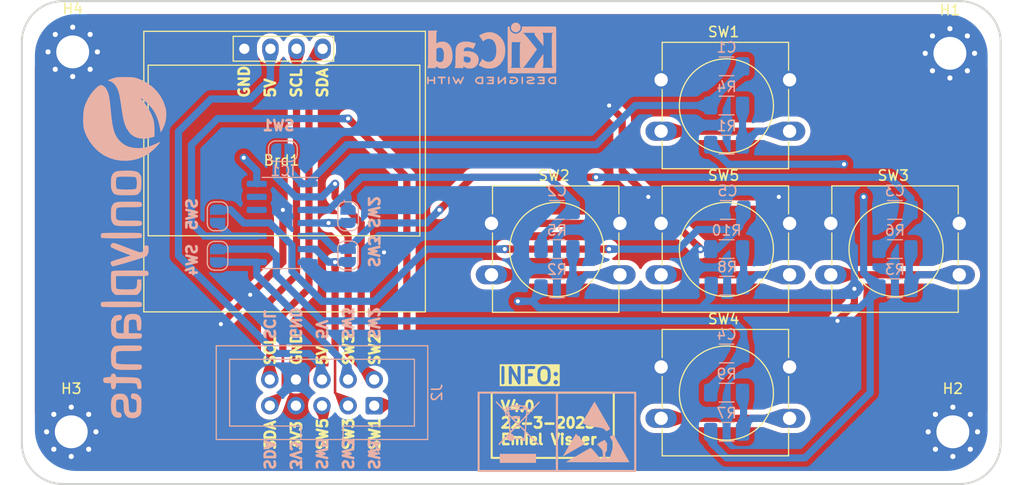
<source format=kicad_pcb>
(kicad_pcb (version 20221018) (generator pcbnew)
  (title_block (title "Greenhouse project FRDM-KL35Z screen") (date "13-3-2023") (rev "V3.0") (company "OnlyPlants") (comment 1 "Author: Emiel Visser"))
  (layers (0 "F.Cu" signal) (31 "B.Cu" signal) (34 "B.Paste" user) (35 "F.Paste" user) (36 "B.SilkS" user "B.Silkscreen") (37 "F.SilkS" user "F.Silkscreen") (38 "B.Mask" user) (39 "F.Mask" user) (44 "Edge.Cuts" user))
  (net 0 "")
  (net 1 "/SDA")
  (net 2 "/SCL")
  (net 3 "GNDREF")
  (net 4 "+5V")
  (net 5 "/IN_SW1")
  (net 6 "/IN_SW2")
  (net 7 "/IN_SW3")
  (net 8 "/IN_SW4")
  (net 9 "/IN_SW5")
  (net 10 "/OUT_SW1")
  (net 11 "/OUT_SW2")
  (net 12 "/OUT_SW3")
  (net 13 "/OUT_SW4")
  (net 14 "/OUT_SW5")
  (net 17 "+3.3V")
  (net 18 "Net-(R1-Pad1)")
  (net 19 "Net-(R2-Pad1)")
  (net 20 "Net-(R3-Pad1)")
  (net 21 "Net-(R7-Pad1)")
  (net 22 "Net-(R10-Pad1)")
  (footprint "Button_Switch_THT:SW_PUSH-12mm" (layer "F.Cu") (at 168.89 106.72)
    (fp_text reference "SW4" (at 6.08 -4.66) (layer "F.SilkS"))
    (fp_text value "SW_Push")
    (pad "1" thru_hole oval (at 0 0) (size 3.048 1.85) (drill 1.3) (layers "*.Cu" "*.Mask") (net 3 "GNDREF"))
    (pad "1" thru_hole oval (at 12.5 0) (size 3.048 1.85) (drill 1.3) (layers "*.Cu" "*.Mask") (net 3 "GNDREF"))
    (pad "2" thru_hole oval (at 0 5) (size 3.048 1.85) (drill 1.3) (layers "*.Cu" "*.Mask") (net 21 "Net-(R7-Pad1)"))
    (pad "2" thru_hole oval (at 12.5 5) (size 3.048 1.85) (drill 1.3) (layers "*.Cu" "*.Mask") (net 21 "Net-(R7-Pad1)"))
  )
  (footprint "MountingHole:MountingHole_3.2mm_M3_Pad_Via" (layer "F.Cu") (at 111.63 76.06)
    (fp_text reference "H4" (at 0 -4.2) (layer "F.SilkS"))
    (fp_text value "MountingHole_Pad")
    (pad "1" thru_hole circle (at -2.4 0) (size 0.8 0.8) (drill 0.5) (layers "*.Cu" "*.Mask") (net 3 "GNDREF"))
    (pad "1" thru_hole circle (at -1.697056 -1.697056) (size 0.8 0.8) (drill 0.5) (layers "*.Cu" "*.Mask") (net 3 "GNDREF"))
    (pad "1" thru_hole circle (at -1.697056 1.697056) (size 0.8 0.8) (drill 0.5) (layers "*.Cu" "*.Mask") (net 3 "GNDREF"))
    (pad "1" thru_hole circle (at 0 -2.4) (size 0.8 0.8) (drill 0.5) (layers "*.Cu" "*.Mask") (net 3 "GNDREF"))
    (pad "1" thru_hole circle (at 0 0) (size 6.4 6.4) (drill 3.2) (layers "*.Cu" "*.Mask") (net 3 "GNDREF"))
    (pad "1" thru_hole circle (at 0 2.4) (size 0.8 0.8) (drill 0.5) (layers "*.Cu" "*.Mask") (net 3 "GNDREF"))
    (pad "1" thru_hole circle (at 1.697056 -1.697056) (size 0.8 0.8) (drill 0.5) (layers "*.Cu" "*.Mask") (net 3 "GNDREF"))
    (pad "1" thru_hole circle (at 1.697056 1.697056) (size 0.8 0.8) (drill 0.5) (layers "*.Cu" "*.Mask") (net 3 "GNDREF"))
    (pad "1" thru_hole circle (at 2.4 0) (size 0.8 0.8) (drill 0.5) (layers "*.Cu" "*.Mask") (net 3 "GNDREF"))
  )
  (footprint "Button_Switch_THT:SW_PUSH-12mm" (layer "F.Cu") (at 168.89 92.75)
    (fp_text reference "SW5" (at 6.08 -4.66) (layer "F.SilkS"))
    (fp_text value "SW_Push")
    (pad "1" thru_hole oval (at 0 0) (size 3.048 1.85) (drill 1.3) (layers "*.Cu" "*.Mask") (net 3 "GNDREF"))
    (pad "1" thru_hole oval (at 12.5 0) (size 3.048 1.85) (drill 1.3) (layers "*.Cu" "*.Mask") (net 3 "GNDREF"))
    (pad "2" thru_hole oval (at 0 5) (size 3.048 1.85) (drill 1.3) (layers "*.Cu" "*.Mask") (net 22 "Net-(R10-Pad1)"))
    (pad "2" thru_hole oval (at 12.5 5) (size 3.048 1.85) (drill 1.3) (layers "*.Cu" "*.Mask") (net 22 "Net-(R10-Pad1)"))
  )
  (footprint "Button_Switch_THT:SW_PUSH-12mm" (layer "F.Cu") (at 168.89 78.78)
    (fp_text reference "SW1" (at 6.08 -4.66) (layer "F.SilkS"))
    (fp_text value "SW_Push")
    (pad "1" thru_hole oval (at 0 0) (size 3.048 1.85) (drill 1.3) (layers "*.Cu" "*.Mask") (net 3 "GNDREF"))
    (pad "1" thru_hole oval (at 12.5 0) (size 3.048 1.85) (drill 1.3) (layers "*.Cu" "*.Mask") (net 3 "GNDREF"))
    (pad "2" thru_hole oval (at 0 5) (size 3.048 1.85) (drill 1.3) (layers "*.Cu" "*.Mask") (net 18 "Net-(R1-Pad1)"))
    (pad "2" thru_hole oval (at 12.5 5) (size 3.048 1.85) (drill 1.3) (layers "*.Cu" "*.Mask") (net 18 "Net-(R1-Pad1)"))
  )
  (footprint "Button_Switch_THT:SW_PUSH-12mm" (layer "F.Cu") (at 185.4 92.75)
    (fp_text reference "SW3" (at 6.08 -4.66) (layer "F.SilkS"))
    (fp_text value "SW_Push")
    (pad "1" thru_hole oval (at 0 0) (size 3.048 1.85) (drill 1.3) (layers "*.Cu" "*.Mask") (net 3 "GNDREF"))
    (pad "1" thru_hole oval (at 12.5 0) (size 3.048 1.85) (drill 1.3) (layers "*.Cu" "*.Mask") (net 3 "GNDREF"))
    (pad "2" thru_hole oval (at 0 5) (size 3.048 1.85) (drill 1.3) (layers "*.Cu" "*.Mask") (net 20 "Net-(R3-Pad1)"))
    (pad "2" thru_hole oval (at 12.5 5) (size 3.048 1.85) (drill 1.3) (layers "*.Cu" "*.Mask") (net 20 "Net-(R3-Pad1)"))
  )
  (footprint "greenhouse_project_screen:128x64OLED" (layer "F.Cu") (at 131.95 86.36)
    (fp_text reference "Brd1" (at 0 0.254) (layer "F.SilkS"))
    (fp_text value "SSD1306")
    (pad "1" thru_hole oval (at -3.62 -10.6 90) (size 2 1.6) (drill 1) (layers "*.Cu" "*.Mask") (net 3 "GNDREF"))
    (pad "2" thru_hole oval (at -1.08 -10.6 90) (size 2 1.6) (drill 1) (layers "*.Cu" "*.Mask") (net 4 "+5V"))
    (pad "3" thru_hole oval (at 1.46 -10.6 90) (size 2 1.6) (drill 1) (layers "*.Cu" "*.Mask") (net 2 "/SCL"))
    (pad "4" thru_hole oval (at 4 -10.6 90) (size 2 1.6) (drill 1) (layers "*.Cu" "*.Mask") (net 1 "/SDA"))
  )
  (footprint "Button_Switch_THT:SW_PUSH-12mm" (layer "F.Cu") (at 152.38 92.75)
    (fp_text reference "SW2" (at 6.08 -4.66) (layer "F.SilkS"))
    (fp_text value "SW_Push")
    (pad "1" thru_hole oval (at 0 0) (size 3.048 1.85) (drill 1.3) (layers "*.Cu" "*.Mask") (net 3 "GNDREF"))
    (pad "1" thru_hole oval (at 12.5 0) (size 3.048 1.85) (drill 1.3) (layers "*.Cu" "*.Mask") (net 3 "GNDREF"))
    (pad "2" thru_hole oval (at 0 5) (size 3.048 1.85) (drill 1.3) (layers "*.Cu" "*.Mask") (net 19 "Net-(R2-Pad1)"))
    (pad "2" thru_hole oval (at 12.5 5) (size 3.048 1.85) (drill 1.3) (layers "*.Cu" "*.Mask") (net 19 "Net-(R2-Pad1)"))
  )
  (footprint "MountingHole:MountingHole_3.2mm_M3_Pad_Via" (layer "F.Cu") (at 197.277056 113.03)
    (fp_text reference "H2" (at 0 -4.2) (layer "F.SilkS"))
    (fp_text value "MountingHole_Pad")
    (pad "1" thru_hole circle (at -2.4 0) (size 0.8 0.8) (drill 0.5) (layers "*.Cu" "*.Mask") (net 3 "GNDREF"))
    (pad "1" thru_hole circle (at -1.697056 -1.697056) (size 0.8 0.8) (drill 0.5) (layers "*.Cu" "*.Mask") (net 3 "GNDREF"))
    (pad "1" thru_hole circle (at -1.697056 1.697056) (size 0.8 0.8) (drill 0.5) (layers "*.Cu" "*.Mask") (net 3 "GNDREF"))
    (pad "1" thru_hole circle (at 0 -2.4) (size 0.8 0.8) (drill 0.5) (layers "*.Cu" "*.Mask") (net 3 "GNDREF"))
    (pad "1" thru_hole circle (at 0 0) (size 6.4 6.4) (drill 3.2) (layers "*.Cu" "*.Mask") (net 3 "GNDREF"))
    (pad "1" thru_hole circle (at 0 2.4) (size 0.8 0.8) (drill 0.5) (layers "*.Cu" "*.Mask") (net 3 "GNDREF"))
    (pad "1" thru_hole circle (at 1.697056 -1.697056) (size 0.8 0.8) (drill 0.5) (layers "*.Cu" "*.Mask") (net 3 "GNDREF"))
    (pad "1" thru_hole circle (at 1.697056 1.697056) (size 0.8 0.8) (drill 0.5) (layers "*.Cu" "*.Mask") (net 3 "GNDREF"))
    (pad "1" thru_hole circle (at 2.4 0) (size 0.8 0.8) (drill 0.5) (layers "*.Cu" "*.Mask") (net 3 "GNDREF"))
  )
  (footprint "MountingHole:MountingHole_3.2mm_M3_Pad_Via" (layer "F.Cu") (at 196.99 76.2)
    (fp_text reference "H1" (at 0 -4.2) (layer "F.SilkS"))
    (fp_text value "MountingHole_Pad")
    (pad "1" thru_hole circle (at -2.4 0) (size 0.8 0.8) (drill 0.5) (layers "*.Cu" "*.Mask") (net 3 "GNDREF"))
    (pad "1" thru_hole circle (at -1.697056 -1.697056) (size 0.8 0.8) (drill 0.5) (layers "*.Cu" "*.Mask") (net 3 "GNDREF"))
    (pad "1" thru_hole circle (at -1.697056 1.697056) (size 0.8 0.8) (drill 0.5) (layers "*.Cu" "*.Mask") (net 3 "GNDREF"))
    (pad "1" thru_hole circle (at 0 -2.4) (size 0.8 0.8) (drill 0.5) (layers "*.Cu" "*.Mask") (net 3 "GNDREF"))
    (pad "1" thru_hole circle (at 0 0) (size 6.4 6.4) (drill 3.2) (layers "*.Cu" "*.Mask") (net 3 "GNDREF"))
    (pad "1" thru_hole circle (at 0 2.4) (size 0.8 0.8) (drill 0.5) (layers "*.Cu" "*.Mask") (net 3 "GNDREF"))
    (pad "1" thru_hole circle (at 1.697056 -1.697056) (size 0.8 0.8) (drill 0.5) (layers "*.Cu" "*.Mask") (net 3 "GNDREF"))
    (pad "1" thru_hole circle (at 1.697056 1.697056) (size 0.8 0.8) (drill 0.5) (layers "*.Cu" "*.Mask") (net 3 "GNDREF"))
    (pad "1" thru_hole circle (at 2.4 0) (size 0.8 0.8) (drill 0.5) (layers "*.Cu" "*.Mask") (net 3 "GNDREF"))
  )
  (footprint "MountingHole:MountingHole_3.2mm_M3_Pad_Via" (layer "F.Cu") (at 111.49 113.03)
    (fp_text reference "H3" (at 0 -4.2) (layer "F.SilkS"))
    (fp_text value "MountingHole_Pad")
    (pad "1" thru_hole circle (at -2.4 0) (size 0.8 0.8) (drill 0.5) (layers "*.Cu" "*.Mask") (net 3 "GNDREF"))
    (pad "1" thru_hole circle (at -1.697056 -1.697056) (size 0.8 0.8) (drill 0.5) (layers "*.Cu" "*.Mask") (net 3 "GNDREF"))
    (pad "1" thru_hole circle (at -1.697056 1.697056) (size 0.8 0.8) (drill 0.5) (layers "*.Cu" "*.Mask") (net 3 "GNDREF"))
    (pad "1" thru_hole circle (at 0 -2.4) (size 0.8 0.8) (drill 0.5) (layers "*.Cu" "*.Mask") (net 3 "GNDREF"))
    (pad "1" thru_hole circle (at 0 0) (size 6.4 6.4) (drill 3.2) (layers "*.Cu" "*.Mask") (net 3 "GNDREF"))
    (pad "1" thru_hole circle (at 0 2.4) (size 0.8 0.8) (drill 0.5) (layers "*.Cu" "*.Mask") (net 3 "GNDREF"))
    (pad "1" thru_hole circle (at 1.697056 -1.697056) (size 0.8 0.8) (drill 0.5) (layers "*.Cu" "*.Mask") (net 3 "GNDREF"))
    (pad "1" thru_hole circle (at 1.697056 1.697056) (size 0.8 0.8) (drill 0.5) (layers "*.Cu" "*.Mask") (net 3 "GNDREF"))
    (pad "1" thru_hole circle (at 2.4 0) (size 0.8 0.8) (drill 0.5) (layers "*.Cu" "*.Mask") (net 3 "GNDREF"))
  )
  (footprint "greenhouse_project_screen:logo" (layer "B.Cu") (at 116.84 95.25 -90)
    (fp_text reference "G***")
    (fp_text value "LOGO" hide)
  )
  (footprint "Symbol:ESD-Logo_6.6x6mm_SilkScreen" (layer "B.Cu") (at 162.56 113.03 180)
    (fp_text reference "REF**" hide)
    (fp_text value "ESD-Logo_6.6x6mm_SilkScreen" hide)
  )
  (footprint "Symbol:KiCad-Logo2_5mm_SilkScreen" (layer "B.Cu") (at 152.4 76.2 180)
    (fp_text reference "REF**" hide)
    (fp_text value "KiCad-Logo2_5mm_SilkScreen" hide)
  )
  (footprint "Jumper:SolderJumper-2_P1.3mm_Open_RoundedPad1.0x1.5mm" (layer "B.Cu") (at 138.43 95.87 90)
    (fp_text reference "JP3" hide)
    (fp_text value "Jumper_2_Open")
    (pad "1" smd custom (at -0.65 0 90) (size 1 0.5) (layers "B.Cu" "B.Mask") (net 12 "/OUT_SW3") (options (clearance outline) (anchor rect)) (primitives (gr_circle (center 0 -0.25) (end 0.5 -0.25) (width 0) (fill yes)) (gr_circle (center 0 0.25) (end 0.5 0.25) (width 0) (fill yes)) (gr_poly (pts (xy 0.5 -0.75) (xy 0 -0.75) (xy 0 0.75) (xy 0.5 0.75)) (width 0) (fill yes))))
    (pad "2" smd custom (at 0.65 0 90) (size 1 0.5) (layers "B.Cu" "B.Mask") (net 7 "/IN_SW3") (options (clearance outline) (anchor rect)) (primitives (gr_circle (center 0 -0.25) (end 0.5 -0.25) (width 0) (fill yes)) (gr_circle (center 0 0.25) (end 0.5 0.25) (width 0) (fill yes)) (gr_poly (pts (xy 0 -0.75) (xy -0.5 -0.75) (xy -0.5 0.75) (xy 0 0.75)) (width 0) (fill yes))))
  )
  (footprint "Connector_IDC:IDC-Header_2x05_P2.54mm_Vertical" (layer "B.Cu") (at 140.97 110.49 90)
    (fp_text reference "J2" (at 1.27 6.1 90) (layer "B.SilkS") (effects (justify mirror)))
    (fp_text value "Conn_01x10_Socket")
    (pad "1" thru_hole roundrect (at 0 0 90) (size 1.7 1.7) (drill 1) (layers "*.Cu" "*.Mask") (roundrect_rratio 0.1470588235) (net 10 "/OUT_SW1"))
    (pad "2" thru_hole circle (at 2.54 0 90) (size 1.7 1.7) (drill 1) (layers "*.Cu" "*.Mask") (net 11 "/OUT_SW2"))
    (pad "3" thru_hole circle (at 0 -2.54 90) (size 1.7 1.7) (drill 1) (layers "*.Cu" "*.Mask") (net 12 "/OUT_SW3"))
    (pad "4" thru_hole circle (at 2.54 -2.54 90) (size 1.7 1.7) (drill 1) (layers "*.Cu" "*.Mask") (net 13 "/OUT_SW4"))
    (pad "5" thru_hole circle (at 0 -5.08 90) (size 1.7 1.7) (drill 1) (layers "*.Cu" "*.Mask") (net 14 "/OUT_SW5"))
    (pad "6" thru_hole circle (at 2.54 -5.08 90) (size 1.7 1.7) (drill 1) (layers "*.Cu" "*.Mask") (net 4 "+5V"))
    (pad "7" thru_hole circle (at 0 -7.62 90) (size 1.7 1.7) (drill 1) (layers "*.Cu" "*.Mask") (net 17 "+3.3V"))
    (pad "8" thru_hole circle (at 2.54 -7.62 90) (size 1.7 1.7) (drill 1) (layers "*.Cu" "*.Mask") (net 3 "GNDREF"))
    (pad "9" thru_hole circle (at 0 -10.16 90) (size 1.7 1.7) (drill 1) (layers "*.Cu" "*.Mask") (net 1 "/SDA"))
    (pad "10" thru_hole circle (at 2.54 -10.16 90) (size 1.7 1.7) (drill 1) (layers "*.Cu" "*.Mask") (net 2 "/SCL"))
  )
  (footprint "Resistor_SMD:R_1206_3216Metric_Pad1.30x1.75mm_HandSolder" (layer "B.Cu") (at 158.75 95.25 180)
    (fp_text reference "R5" (at 0 1.82) (layer "B.SilkS") (effects (justify mirror)))
    (fp_text value "10K")
    (pad "1" smd roundrect (at -1.55 0 180) (size 1.3 1.75) (layers "B.Cu" "B.Paste" "B.Mask") (roundrect_rratio 0.1923076923) (net 19 "Net-(R2-Pad1)"))
    (pad "2" smd roundrect (at 1.55 0 180) (size 1.3 1.75) (layers "B.Cu" "B.Paste" "B.Mask") (roundrect_rratio 0.1923076923) (net 6 "/IN_SW2"))
  )
  (footprint "Resistor_SMD:R_1206_3216Metric_Pad1.30x1.75mm_HandSolder" (layer "B.Cu") (at 175.26 113.03 180)
    (fp_text reference "R7" (at 0 1.82) (layer "B.SilkS") (effects (justify mirror)))
    (fp_text value "10K")
    (pad "1" smd roundrect (at -1.55 0 180) (size 1.3 1.75) (layers "B.Cu" "B.Paste" "B.Mask") (roundrect_rratio 0.1923076923) (net 21 "Net-(R7-Pad1)"))
    (pad "2" smd roundrect (at 1.55 0 180) (size 1.3 1.75) (layers "B.Cu" "B.Paste" "B.Mask") (roundrect_rratio 0.1923076923) (net 17 "+3.3V"))
  )
  (footprint "Resistor_SMD:R_1206_3216Metric_Pad1.30x1.75mm_HandSolder" (layer "B.Cu") (at 191.64 95.25 180)
    (fp_text reference "R6" (at 0 1.82) (layer "B.SilkS") (effects (justify mirror)))
    (fp_text value "10K")
    (pad "1" smd roundrect (at -1.55 0 180) (size 1.3 1.75) (layers "B.Cu" "B.Paste" "B.Mask") (roundrect_rratio 0.1923076923) (net 20 "Net-(R3-Pad1)"))
    (pad "2" smd roundrect (at 1.55 0 180) (size 1.3 1.75) (layers "B.Cu" "B.Paste" "B.Mask") (roundrect_rratio 0.1923076923) (net 7 "/IN_SW3"))
  )
  (footprint "Resistor_SMD:R_1206_3216Metric_Pad1.30x1.75mm_HandSolder" (layer "B.Cu") (at 175.26 95.25 180)
    (fp_text reference "R10" (at 0 1.82) (layer "B.SilkS") (effects (justify mirror)))
    (fp_text value "10K")
    (pad "1" smd roundrect (at -1.55 0 180) (size 1.3 1.75) (layers "B.Cu" "B.Paste" "B.Mask") (roundrect_rratio 0.1923076923) (net 22 "Net-(R10-Pad1)"))
    (pad "2" smd roundrect (at 1.55 0 180) (size 1.3 1.75) (layers "B.Cu" "B.Paste" "B.Mask") (roundrect_rratio 0.1923076923) (net 9 "/IN_SW5"))
  )
  (footprint "Capacitor_SMD:C_1206_3216Metric_Pad1.33x1.80mm_HandSolder" (layer "B.Cu") (at 175.26 77.47 180)
    (fp_text reference "C1" (at 0 1.85) (layer "B.SilkS") (effects (justify mirror)))
    (fp_text value "10uF")
    (pad "1" smd roundrect (at -1.5625 0 180) (size 1.325 1.8) (layers "B.Cu" "B.Paste" "B.Mask") (roundrect_rratio 0.1886792453) (net 5 "/IN_SW1"))
    (pad "2" smd roundrect (at 1.5625 0 180) (size 1.325 1.8) (layers "B.Cu" "B.Paste" "B.Mask") (roundrect_rratio 0.1886792453) (net 3 "GNDREF"))
  )
  (footprint "Capacitor_SMD:C_1206_3216Metric_Pad1.33x1.80mm_HandSolder" (layer "B.Cu") (at 175.26 105.41 180)
    (fp_text reference "C4" (at 0 1.85) (layer "B.SilkS") (effects (justify mirror)))
    (fp_text value "10uF")
    (pad "1" smd roundrect (at -1.5625 0 180) (size 1.325 1.8) (layers "B.Cu" "B.Paste" "B.Mask") (roundrect_rratio 0.1886792453) (net 8 "/IN_SW4"))
    (pad "2" smd roundrect (at 1.5625 0 180) (size 1.325 1.8) (layers "B.Cu" "B.Paste" "B.Mask") (roundrect_rratio 0.1886792453) (net 3 "GNDREF"))
  )
  (footprint "Resistor_SMD:R_1206_3216Metric_Pad1.30x1.75mm_HandSolder" (layer "B.Cu") (at 191.64 99.06 180)
    (fp_text reference "R3" (at 0 1.82) (layer "B.SilkS") (effects (justify mirror)))
    (fp_text value "10K")
    (pad "1" smd roundrect (at -1.55 0 180) (size 1.3 1.75) (layers "B.Cu" "B.Paste" "B.Mask") (roundrect_rratio 0.1923076923) (net 20 "Net-(R3-Pad1)"))
    (pad "2" smd roundrect (at 1.55 0 180) (size 1.3 1.75) (layers "B.Cu" "B.Paste" "B.Mask") (roundrect_rratio 0.1923076923) (net 17 "+3.3V"))
  )
  (footprint "Jumper:SolderJumper-2_P1.3mm_Open_RoundedPad1.0x1.5mm" (layer "B.Cu") (at 138.43 92.06 90)
    (fp_text reference "JP2" hide)
    (fp_text value "Jumper_2_Open")
    (pad "1" smd custom (at -0.65 0 90) (size 1 0.5) (layers "B.Cu" "B.Mask") (net 11 "/OUT_SW2") (options (clearance outline) (anchor rect)) (primitives (gr_circle (center 0 -0.25) (end 0.5 -0.25) (width 0) (fill yes)) (gr_circle (center 0 0.25) (end 0.5 0.25) (width 0) (fill yes)) (gr_poly (pts (xy 0.5 -0.75) (xy 0 -0.75) (xy 0 0.75) (xy 0.5 0.75)) (width 0) (fill yes))))
    (pad "2" smd custom (at 0.65 0 90) (size 1 0.5) (layers "B.Cu" "B.Mask") (net 6 "/IN_SW2") (options (clearance outline) (anchor rect)) (primitives (gr_circle (center 0 -0.25) (end 0.5 -0.25) (width 0) (fill yes)) (gr_circle (center 0 0.25) (end 0.5 0.25) (width 0) (fill yes)) (gr_poly (pts (xy 0 -0.75) (xy -0.5 -0.75) (xy -0.5 0.75) (xy 0 0.75)) (width 0) (fill yes))))
  )
  (footprint "Jumper:SolderJumper-2_P1.3mm_Open_RoundedPad1.0x1.5mm" (layer "B.Cu") (at 125.73 95.9 -90)
    (fp_text reference "JP4" hide)
    (fp_text value "Jumper_2_Open")
    (pad "1" smd custom (at -0.65 0 270) (size 1 0.5) (layers "B.Cu" "B.Mask") (net 8 "/IN_SW4") (options (clearance outline) (anchor rect)) (primitives (gr_circle (center 0 -0.25) (end 0.5 -0.25) (width 0) (fill yes)) (gr_circle (center 0 0.25) (end 0.5 0.25) (width 0) (fill yes)) (gr_poly (pts (xy 0.5 -0.75) (xy 0 -0.75) (xy 0 0.75) (xy 0.5 0.75)) (width 0) (fill yes))))
    (pad "2" smd custom (at 0.65 0 270) (size 1 0.5) (layers "B.Cu" "B.Mask") (net 13 "/OUT_SW4") (options (clearance outline) (anchor rect)) (primitives (gr_circle (center 0 -0.25) (end 0.5 -0.25) (width 0) (fill yes)) (gr_circle (center 0 0.25) (end 0.5 0.25) (width 0) (fill yes)) (gr_poly (pts (xy 0 -0.75) (xy -0.5 -0.75) (xy -0.5 0.75) (xy 0 0.75)) (width 0) (fill yes))))
  )
  (footprint "Resistor_SMD:R_1206_3216Metric_Pad1.30x1.75mm_HandSolder" (layer "B.Cu") (at 175.26 81.28 180)
    (fp_text reference "R4" (at 0 1.82) (layer "B.SilkS") (effects (justify mirror)))
    (fp_text value "10k")
    (pad "1" smd roundrect (at -1.55 0 180) (size 1.3 1.75) (layers "B.Cu" "B.Paste" "B.Mask") (roundrect_rratio 0.1923076923) (net 18 "Net-(R1-Pad1)"))
    (pad "2" smd roundrect (at 1.55 0 180) (size 1.3 1.75) (layers "B.Cu" "B.Paste" "B.Mask") (roundrect_rratio 0.1923076923) (net 5 "/IN_SW1"))
  )
  (footprint "Jumper:SolderJumper-2_P1.3mm_Open_RoundedPad1.0x1.5mm" (layer "B.Cu") (at 132.08 85.725 180)
    (fp_text reference "JP1" hide)
    (fp_text value "Jumper_2_Open")
    (pad "1" smd custom (at -0.65 0 180) (size 1 0.5) (layers "B.Cu" "B.Mask") (net 5 "/IN_SW1") (options (clearance outline) (anchor rect)) (primitives (gr_circle (center 0 -0.25) (end 0.5 -0.25) (width 0) (fill yes)) (gr_circle (center 0 0.25) (end 0.5 0.25) (width 0) (fill yes)) (gr_poly (pts (xy 0.5 -0.75) (xy 0 -0.75) (xy 0 0.75) (xy 0.5 0.75)) (width 0) (fill yes))))
    (pad "2" smd custom (at 0.65 0 180) (size 1 0.5) (layers "B.Cu" "B.Mask") (net 10 "/OUT_SW1") (options (clearance outline) (anchor rect)) (primitives (gr_circle (center 0 -0.25) (end 0.5 -0.25) (width 0) (fill yes)) (gr_circle (center 0 0.25) (end 0.5 0.25) (width 0) (fill yes)) (gr_poly (pts (xy 0 -0.75) (xy -0.5 -0.75) (xy -0.5 0.75) (xy 0 0.75)) (width 0) (fill yes))))
  )
  (footprint "Capacitor_SMD:C_1206_3216Metric_Pad1.33x1.80mm_HandSolder" (layer "B.Cu") (at 191.64 91.44 180)
    (fp_text reference "C3" (at 0 1.85) (layer "B.SilkS") (effects (justify mirror)))
    (fp_text value "10uF")
    (pad "1" smd roundrect (at -1.5625 0 180) (size 1.325 1.8) (layers "B.Cu" "B.Paste" "B.Mask") (roundrect_rratio 0.1886792453) (net 7 "/IN_SW3"))
    (pad "2" smd roundrect (at 1.5625 0 180) (size 1.325 1.8) (layers "B.Cu" "B.Paste" "B.Mask") (roundrect_rratio 0.1886792453) (net 3 "GNDREF"))
  )
  (footprint "Capacitor_SMD:C_1206_3216Metric_Pad1.33x1.80mm_HandSolder" (layer "B.Cu") (at 175.3625 91.44 180)
    (fp_text reference "C5" (at 0 1.85) (layer "B.SilkS") (effects (justify mirror)))
    (fp_text value "10uF")
    (pad "1" smd roundrect (at -1.5625 0 180) (size 1.325 1.8) (layers "B.Cu" "B.Paste" "B.Mask") (roundrect_rratio 0.1886792453) (net 9 "/IN_SW5"))
    (pad "2" smd roundrect (at 1.5625 0 180) (size 1.325 1.8) (layers "B.Cu" "B.Paste" "B.Mask") (roundrect_rratio 0.1886792453) (net 3 "GNDREF"))
  )
  (footprint "Jumper:SolderJumper-2_P1.3mm_Open_RoundedPad1.0x1.5mm" (layer "B.Cu") (at 125.73 92.06 -90)
    (fp_text reference "JP5" hide)
    (fp_text value "Jumper_2_Open")
    (pad "1" smd custom (at -0.65 0 270) (size 1 0.5) (layers "B.Cu" "B.Mask") (net 9 "/IN_SW5") (options (clearance outline) (anchor rect)) (primitives (gr_circle (center 0 -0.25) (end 0.5 -0.25) (width 0) (fill yes)) (gr_circle (center 0 0.25) (end 0.5 0.25) (width 0) (fill yes)) (gr_poly (pts (xy 0.5 -0.75) (xy 0 -0.75) (xy 0 0.75) (xy 0.5 0.75)) (width 0) (fill yes))))
    (pad "2" smd custom (at 0.65 0 270) (size 1 0.5) (layers "B.Cu" "B.Mask") (net 14 "/OUT_SW5") (options (clearance outline) (anchor rect)) (primitives (gr_circle (center 0 -0.25) (end 0.5 -0.25) (width 0) (fill yes)) (gr_circle (center 0 0.25) (end 0.5 0.25) (width 0) (fill yes)) (gr_poly (pts (xy 0 -0.75) (xy -0.5 -0.75) (xy -0.5 0.75) (xy 0 0.75)) (width 0) (fill yes))))
  )
  (footprint "Capacitor_SMD:C_1206_3216Metric_Pad1.33x1.80mm_HandSolder" (layer "B.Cu") (at 158.75 91.44 180)
    (fp_text reference "C2" (at 0 1.85) (layer "B.SilkS") (effects (justify mirror)))
    (fp_text value "10uF")
    (pad "1" smd roundrect (at -1.5625 0 180) (size 1.325 1.8) (layers "B.Cu" "B.Paste" "B.Mask") (roundrect_rratio 0.1886792453) (net 6 "/IN_SW2"))
    (pad "2" smd roundrect (at 1.5625 0 180) (size 1.325 1.8) (layers "B.Cu" "B.Paste" "B.Mask") (roundrect_rratio 0.1886792453) (net 3 "GNDREF"))
  )
  (footprint "Package_SO:SOIC-14_3.9x8.7mm_P1.27mm" (layer "B.Cu") (at 132.015 92.71 180)
    (fp_text reference "IC1" (at -0.065 5.08) (layer "B.SilkS") (effects (justify mirror)))
    (fp_text value "CD74HC14M96")
    (pad "1" smd roundrect (at -2.475 3.81 180) (size 1.95 0.6) (layers "B.Cu" "B.Paste" "B.Mask") (net 5 "/IN_SW1"))
    (pad "2" smd roundrect (at -2.475 2.54 180) (size 1.95 0.6) (layers "B.Cu" "B.Paste" "B.Mask") (net 10 "/OUT_SW1"))
    (pad "3" smd roundrect (at -2.475 1.27 180) (size 1.95 0.6) (layers "B.Cu" "B.Paste" "B.Mask") (net 6 "/IN_SW2"))
    (pad "4" smd roundrect (at -2.475 0 180) (size 1.95 0.6) (layers "B.Cu" "B.Paste" "B.Mask") (net 11 "/OUT_SW2"))
    (pad "5" smd roundrect (at -2.475 -1.27 180) (size 1.95 0.6) (layers "B.Cu" "B.Paste" "B.Mask") (net 7 "/IN_SW3"))
    (pad "6" smd roundrect (at -2.475 -2.54 180) (size 1.95 0.6) (layers "B.Cu" "B.Paste" "B.Mask") (net 12 "/OUT_SW3"))
    (pad "7" smd roundrect (at -2.475 -3.81 180) (size 1.95 0.6) (layers "B.Cu" "B.Paste" "B.Mask") (net 3 "GNDREF"))
    (pad "8" smd roundrect (at 2.475 -3.81 180) (size 1.95 0.6) (layers "B.Cu" "B.Paste" "B.Mask") (net 13 "/OUT_SW4"))
    (pad "9" smd roundrect (at 2.475 -2.54 180) (size 1.95 0.6) (layers "B.Cu" "B.Paste" "B.Mask") (net 8 "/IN_SW4"))
    (pad "10" smd roundrect (at 2.475 -1.27 180) (size 1.95 0.6) (layers "B.Cu" "B.Paste" "B.Mask") (net 14 "/OUT_SW5"))
    (pad "11" smd roundrect (at 2.475 0 180) (size 1.95 0.6) (layers "B.Cu" "B.Paste" "B.Mask") (net 9 "/IN_SW5"))
    (pad "12" smd roundrect (at 2.475 1.27 180) (size 1.95 0.6) (layers "B.Cu" "B.Paste" "B.Mask"))
    (pad "13" smd roundrect (at 2.475 2.54 180) (size 1.95 0.6) (layers "B.Cu" "B.Paste" "B.Mask"))
    (pad "14" smd roundrect (at 2.475 3.81 180) (size 1.95 0.6) (layers "B.Cu" "B.Paste" "B.Mask") (net 17 "+3.3V"))
  )
  (footprint "Symbol:WEEE-Logo_4.2x6mm_SilkScreen" (layer "B.Cu") (at 154.94 113.03 180)
    (fp_text reference "REF**" hide)
    (fp_text value "WEEE-Logo_4.2x6mm_SilkScreen" hide)
  )
  (footprint "Resistor_SMD:R_1206_3216Metric_Pad1.30x1.75mm_HandSolder" (layer "B.Cu") (at 158.75 99.06 180)
    (fp_text reference "R2" (at 0 1.82) (layer "B.SilkS") (effects (justify mirror)))
    (fp_text value "10K")
    (pad "1" smd roundrect (at -1.55 0 180) (size 1.3 1.75) (layers "B.Cu" "B.Paste" "B.Mask") (roundrect_rratio 0.1923076923) (net 19 "Net-(R2-Pad1)"))
    (pad "2" smd roundrect (at 1.55 0 180) (size 1.3 1.75) (layers "B.Cu" "B.Paste" "B.Mask") (roundrect_rratio 0.1923076923) (net 17 "+3.3V"))
  )
  (footprint "Resistor_SMD:R_1206_3216Metric_Pad1.30x1.75mm_HandSolder" (layer "B.Cu") (at 175.3125 98.811472 180)
    (fp_text reference "R8" (at 0 1.82) (layer "B.SilkS") (effects (justify mirror)))
    (fp_text value "10K")
    (pad "1" smd roundrect (at -1.55 0 180) (size 1.3 1.75) (layers "B.Cu" "B.Paste" "B.Mask") (roundrect_rratio 0.1923076923) (net 22 "Net-(R10-Pad1)"))
    (pad "2" smd roundrect (at 1.55 0 180) (size 1.3 1.75) (layers "B.Cu" "B.Paste" "B.Mask") (roundrect_rratio 0.1923076923) (net 17 "+3.3V"))
  )
  (footprint "Resistor_SMD:R_1206_3216Metric_Pad1.30x1.75mm_HandSolder" (layer "B.Cu") (at 175.26 109.22 180)
    (fp_text reference "R9" (at 0 1.82) (layer "B.SilkS") (effects (justify mirror)))
    (fp_text value "10K")
    (pad "1" smd roundrect (at -1.55 0 180) (size 1.3 1.75) (layers "B.Cu" "B.Paste" "B.Mask") (roundrect_rratio 0.1923076923) (net 21 "Net-(R7-Pad1)"))
    (pad "2" smd roundrect (at 1.55 0 180) (size 1.3 1.75) (layers "B.Cu" "B.Paste" "B.Mask") (roundrect_rratio 0.1923076923) (net 8 "/IN_SW4"))
  )
  (footprint "Resistor_SMD:R_1206_3216Metric_Pad1.30x1.75mm_HandSolder" (layer "B.Cu") (at 175.26 85.09 180)
    (fp_text reference "R1" (at 0 1.82) (layer "B.SilkS") (effects (justify mirror)))
    (fp_text value "10k")
    (pad "1" smd roundrect (at -1.55 0 180) (size 1.3 1.75) (layers "B.Cu" "B.Paste" "B.Mask") (roundrect_rratio 0.1923076923) (net 18 "Net-(R1-Pad1)"))
    (pad "2" smd roundrect (at 1.55 0 180) (size 1.3 1.75) (layers "B.Cu" "B.Paste" "B.Mask") (roundrect_rratio 0.1923076923) (net 17 "+3.3V"))
  )
  (gr_line (start 201.93 75.12) (end 201.93 114.11) (stroke (width 0.2)) (layer "Edge.Cuts"))
  (gr_line (start 106.68 114.11) (end 106.68 75.12) (stroke (width 0.2)) (layer "Edge.Cuts"))
  (gr_arc (start 197.93 71.12) (mid 200.758427 72.291573) (end 201.93 75.12) (stroke (width 0.2)) (layer "Edge.Cuts"))
  (gr_line (start 110.68 71.12) (end 197.93 71.12) (stroke (width 0.2)) (layer "Edge.Cuts"))
  (gr_arc (start 110.68 118.11) (mid 107.851573 116.938427) (end 106.68 114.11) (stroke (width 0.2)) (layer "Edge.Cuts"))
  (gr_line (start 197.93 118.11) (end 110.68 118.11) (stroke (width 0.2)) (layer "Edge.Cuts"))
  (gr_arc (start 106.68 75.12) (mid 107.851573 72.291573) (end 110.68 71.12) (stroke (width 0.2)) (layer "Edge.Cuts"))
  (gr_arc (start 201.93 114.11) (mid 200.758427 116.938427) (end 197.93 118.11) (stroke (width 0.2)) (layer "Edge.Cuts"))
  (gr_text "SCL" (at 130.175 104.14 -90) (layer "B.SilkS") (effects (font (size 1 1) (thickness 0.25) bold) (justify left bottom mirror)))
  (gr_text "SW4" (at 123.825 94.615 90) (layer "B.SilkS") (effects (font (size 1 1) (thickness 0.25) bold) (justify left bottom mirror)))
  (gr_text "SW3" (at 137.795 104.14 -90) (layer "B.SilkS") (effects (font (size 1 1) (thickness 0.25) bold) (justify left bottom mirror)))
  (gr_text "SW1" (at 133.35 83.82) (layer "B.SilkS") (effects (font (size 1 1) (thickness 0.25) bold) (justify left bottom mirror)))
  (gr_text "SW1" (at 140.335 116.84 -90) (layer "B.SilkS") (effects (font (size 1 1) (thickness 0.25) bold) (justify left bottom mirror)))
  (gr_text "5V" (at 135.255 104.14 -90) (layer "B.SilkS") (effects (font (size 1 1) (thickness 0.25) bold) (justify left bottom mirror)))
  (gr_text "SW2" (at 140.335 104.14 -90) (layer "B.SilkS") (effects (font (size 1 1) (thickness 0.25) bold) (justify left bottom mirror)))
  (gr_text "SW5" (at 123.825 90.17 90) (layer "B.SilkS") (effects (font (size 1 1) (thickness 0.25) bold) (justify left bottom mirror)))
  (gr_text "3V3" (at 132.715 116.84 -90) (layer "B.SilkS") (effects (font (size 1 1) (thickness 0.25) bold) (justify left bottom mirror)))
  (gr_text "SW3" (at 140.335 97.155 270) (layer "B.SilkS") (effects (font (size 1 1) (thickness 0.25) bold) (justify left bottom mirror)))
  (gr_text "SDA" (at 130.175 116.84 -90) (layer "B.SilkS") (effects (font (size 1 1) (thickness 0.25) bold) (justify left bottom mirror)))
  (gr_text "GND" (at 132.715 104.14 -90) (layer "B.SilkS") (effects (font (size 1 1) (thickness 0.25) bold) (justify left bottom mirror)))
  (gr_text "SW2" (at 140.335 93.345 270) (layer "B.SilkS") (effects (font (size 1 1) (thickness 0.25) bold) (justify left bottom mirror)))
  (gr_text "SW5" (at 135.255 116.84 -90) (layer "B.SilkS") (effects (font (size 1 1) (thickness 0.25) bold) (justify left bottom mirror)))
  (gr_text "SW3" (at 137.795 116.84 -90) (layer "B.SilkS") (effects (font (size 1 1) (thickness 0.25) bold) (justify left bottom mirror)))
  (gr_text "SW1" (at 141.605 114.935 90) (layer "F.SilkS") (effects (font (size 1 1) (thickness 0.25) bold) (justify left bottom)))
  (gr_text "SW5" (at 136.525 114.935 90) (layer "F.SilkS") (effects (font (size 1 1) (thickness 0.25) bold) (justify left bottom)))
  (gr_text "SDA" (at 136.525 80.645 90) (layer "F.SilkS") (effects (font (size 1 1) (thickness 0.25) bold) (justify left bottom)))
  (gr_text "GND" (at 133.985 106.68 90) (layer "F.SilkS") (effects (font (size 1 1) (thickness 0.25) bold) (justify left bottom)))
  (gr_text "SDA" (at 131.445 114.935 90) (layer "F.SilkS") (effects (font (size 1 1) (thickness 0.25) bold) (justify left bottom)))
  (gr_text "5V" (at 136.525 106.68 90) (layer "F.SilkS") (effects (font (size 1 1) (thickness 0.25) bold) (justify left bottom)))
  (gr_text "INFO:     " (at 152.94 108.47) (layer "F.SilkS" knockout) (effects (font (size 1.5 1.5) (thickness 0.3) bold) (justify left bottom)))
  (gr_text "SW3" (at 139.065 106.68 90) (layer "F.SilkS") (effects (font (size 1 1) (thickness 0.25) bold) (justify left bottom)))
  (gr_text "5V" (at 131.445 80.645 90) (layer "F.SilkS") (effects (font (size 1 1) (thickness 0.25) bold) (justify left bottom)))
  (gr_text "GND" (at 128.905 80.645 90) (layer "F.SilkS") (effects (font (size 1 1) (thickness 0.25) bold) (justify left bottom)))
  (gr_text "SW3" (at 139.065 114.935 90) (layer "F.SilkS") (effects (font (size 1 1) (thickness 0.25) bold) (justify left bottom)))
  (gr_text "SW2" (at 141.605 106.68 90) (layer "F.SilkS") (effects (font (size 1 1) (thickness 0.25) bold) (justify left bottom)))
  (gr_text "SCL" (at 133.985 80.645 90) (layer "F.SilkS") (effects (font (size 1 1) (thickness 0.25) bold) (justify left bottom)))
  (gr_text "SCL" (at 131.445 106.68 90) (layer "F.SilkS") (effects (font (size 1 1) (thickness 0.25) bold) (justify left bottom)))
  (gr_text "3V3" (at 133.985 114.935 90) (layer "F.SilkS") (effects (font (size 1 1) (thickness 0.25) bold) (justify left bottom)))
  (gr_text_box "" (start 151.13 109.22) (end 158.75 116.84) (layer "B.SilkS") (effects (font (size 1.5 1.5) (thickness 0.3) bold) (justify left top)) (stroke (width 0.2)))
  (gr_text_box "" (start 158.75 109.22) (end 166.37 116.84) (layer "B.SilkS") (effects (font (size 1.5 1.5) (thickness 0.3) bold) (justify left top)) (stroke (width 0.2)))
  (gr_text_box "V4.0\n22-3-2023\nEmiel Visser" (start 152.4 109.22) (end 164.28 115.57) (layer "F.SilkS") (effects (font (size 1 1) (thickness 0.25) bold) (justify left top)) (stroke (width 0.2)))
  (segment (start 132.08 109.22) (end 132.08 105.41) (width 0.25) (layer "F.Cu") (net 1))
  (segment (start 130.81 110.49) (end 132.08 109.22) (width 0.25) (layer "F.Cu") (net 1))
  (segment (start 134.62 99.06) (end 132.08 101.6) (width 0.7) (layer "F.Cu") (net 1))
  (segment (start 134.62 77.09) (end 134.62 99.06) (width 0.7) (layer "F.Cu") (net 1))
  (segment (start 132.08 101.6) (end 132.08 105.41) (width 0.7) (layer "F.Cu") (net 1))
  (segment (start 135.95 75.76) (end 134.62 77.09) (width 0.7) (layer "F.Cu") (net 1))
  (segment (start 130.81 100.33) (end 130.81 107.95) (width 0.7) (layer "F.Cu") (net 2))
  (segment (start 133.41 97.73) (end 130.81 100.33) (width 0.7) (layer "F.Cu") (net 2))
  (segment (start 133.41 75.76) (end 133.41 97.73) (width 0.7) (layer "F.Cu") (net 2))
  (segment (start 167.64 90.17) (end 165.06 92.75) (width 0.7) (layer "F.Cu") (net 3))
  (segment (start 167.64 90.17) (end 180.34 90.17) (width 0.7) (layer "F.Cu") (net 3))
  (segment (start 165.1 82.55) (end 165.1 87.63) (width 0.7) (layer "F.Cu") (net 3))
  (segment (start 187.695 100.595) (end 186.055 102.235) (width 0.7) (layer "F.Cu") (net 3))
  (segment (start 128.905 99.695) (end 132.08 96.52) (width 0.7) (layer "F.Cu") (net 3))
  (segment (start 165.1 87.63) (end 167.64 90.17) (width 0.7) (layer "F.Cu") (net 3))
  (segment (start 187.695 99.1155) (end 187.695 100.595) (width 0.7) (layer "F.Cu") (net 3))
  (segment (start 170.22 92.75) (end 172.72 95.25) (width 0.7) (layer "F.Cu") (net 3))
  (segment (start 163.83 81.28) (end 165.1 82.55) (width 0.7) (layer "F.Cu") (net 3))
  (segment (start 132.08 96.52) (end 132.08 91.44) (width 0.7) (layer "F.Cu") (net 3))
  (segment (start 126.0475 102.5525) (end 128.905 99.695) (width 0.7) (layer "F.Cu") (net 3))
  (segment (start 165.06 92.75) (end 152.38 92.75) (width 0.7) (layer "F.Cu") (net 3))
  (segment (start 168.89 92.75) (end 170.22 92.75) (width 0.7) (layer "F.Cu") (net 3))
  (via (at 163.83 81.28) (size 0.8) (drill 0.4) (layers "F.Cu" "B.Cu") (net 3))
  (via (at 186.055 102.235) (size 0.8) (drill 0.4) (layers "F.Cu" "B.Cu") (net 3))
  (via (at 126.0475 102.5525) (size 0.8) (drill 0.4) (layers "F.Cu" "B.Cu") (net 3))
  (via (at 172.72 95.25) (size 0.8) (drill 0.4) (layers "F.Cu" "B.Cu") (net 3))
  (via (at 187.695 99.1155) (size 0.8) (drill 0.4) (layers "F.Cu" "B.Cu") (net 3))
  (via (at 167.64 90.17) (size 0.8) (drill 0.4) (layers "F.Cu" "B.Cu") (net 3))
  (via (at 180.34 90.17) (size 0.8) (drill 0.4) (layers "F.Cu" "B.Cu") (net 3))
  (via (at 128.905 99.695) (size 0.8) (drill 0.4) (layers "F.Cu" "B.Cu") (net 3))
  (via (at 132.08 91.44) (size 0.8) (drill 0.4) (layers "F.Cu" "B.Cu") (net 3))
  (via (at 141.9225 95.5675) (size 0.8) (drill 0.4) (layers "F.Cu" "B.Cu") (net 3))
  (segment (start 141.9225 95.5675) (end 139.7 97.79) (width 0.7) (layer "B.Cu") (net 3))
  (segment (start 187.695 95.045) (end 185.4 92.75) (width 0.7) (layer "B.Cu") (net 3))
  (segment (start 187.695 99.1155) (end 187.695 95.045) (width 0.7) (layer "B.Cu") (net 3))
  (segment (start 135.757208 97.79) (end 134.49 96.522792) (width 0.7) (layer "B.Cu") (net 3))
  (segment (start 139.7 97.79) (end 135.757208 97.79) (width 0.7) (layer "B.Cu") (net 3))
  (segment (start 134.49 96.522792) (end 134.49 96.52) (width 0.7) (layer "B.Cu") (net 3))
  (segment (start 121.92 95.885) (end 121.92 83.82) (width 0.7) (layer "B.Cu") (net 4))
  (segment (start 134.62 105.41) (end 131.445 105.41) (width 0.7) (layer "B.Cu") (net 4))
  (segment (start 130.87 78.68) (end 130.87 75.76) (width 0.7) (layer "B.Cu") (net 4))
  (segment (start 131.445 105.41) (end 121.92 95.885) (width 0.7) (layer "B.Cu") (net 4))
  (segment (start 121.92 83.82) (end 125.095 80.645) (width 0.7) (layer "B.Cu") (net 4))
  (segment (start 125.095 80.645) (end 128.905 80.645) (width 0.7) (layer "B.Cu") (net 4))
  (segment (start 135.89 107.95) (end 135.89 106.68) (width 0.7) (layer "B.Cu") (net 4))
  (segment (start 128.905 80.645) (end 130.87 78.68) (width 0.7) (layer "B.Cu") (net 4))
  (segment (start 135.89 106.68) (end 134.62 105.41) (width 0.7) (layer "B.Cu") (net 4))
  (segment (start 173.355 81.28) (end 166.37 81.28) (width 0.7) (layer "B.Cu") (net 5))
  (segment (start 132.73 87.645) (end 132.73 85.725) (width 0.7) (layer "B.Cu") (net 5))
  (segment (start 176.66 77.975) (end 173.355 81.28) (width 0.7) (layer "B.Cu") (net 5))
  (segment (start 134.49 88.9) (end 133.985 88.9) (width 0.7) (layer "B.Cu") (net 5))
  (segment (start 166.37 81.28) (end 162.56 85.09) (width 0.7) (layer "B.Cu") (net 5))
  (segment (start 138.3 85.09) (end 134.49 88.9) (width 0.7) (layer "B.Cu") (net 5))
  (segment (start 133.985 88.9) (end 132.73 87.645) (width 0.7) (layer "B.Cu") (net 5))
  (segment (start 162.56 85.09) (end 138.3 85.09) (width 0.7) (layer "B.Cu") (net 5))
  (segment (start 139.736751 88.265) (end 138.130876 89.870875) (width 0.7) (layer "B.Cu") (net 6))
  (segment (start 160.3125 91.44) (end 160.3125 90.5925) (width 0.7) (layer "B.Cu") (net 6))
  (segment (start 157.985 88.265) (end 139.736751 88.265) (width 0.7) (layer "B.Cu") (net 6))
  (segment (start 138.43 90.169999) (end 138.43 91.41) (width 0.7) (layer "B.Cu") (net 6))
  (segment (start 159.89 91.44) (end 160.3125 91.44) (width 0.7) (layer "B.Cu") (net 6))
  (segment (start 136.561751 91.44) (end 134.49 91.44) (width 0.7) (layer "B.Cu") (net 6))
  (segment (start 138.130876 89.870875) (end 138.43 90.169999) (width 0.7) (layer "B.Cu") (net 6))
  (segment (start 157.2 94.13) (end 159.89 91.44) (width 0.7) (layer "B.Cu") (net 6))
  (segment (start 157.2 95.25) (end 157.2 94.13) (width 0.7) (layer "B.Cu") (net 6))
  (segment (start 138.130876 89.870875) (end 136.561751 91.44) (width 0.7) (layer "B.Cu") (net 6))
  (segment (start 160.3125 90.5925) (end 157.985 88.265) (width 0.7) (layer "B.Cu") (net 6))
  (segment (start 162.56 88.265) (end 150.495 88.265) (width 0.7) (layer "F.Cu") (net 7))
  (segment (start 150.495 88.265) (end 147.32 91.44) (width 0.7) (layer "F.Cu") (net 7))
  (via (at 147.32 91.44) (size 0.8) (drill 0.4) (layers "F.Cu" "B.Cu") (net 7))
  (via (at 162.56 88.265) (size 0.8) (drill 0.4) (layers "F.Cu" "B.Cu") (net 7))
  (segment (start 193.2025 92.1375) (end 190.09 95.25) (width 0.7) (layer "B.Cu") (net 7))
  (segment (start 193.2025 90.3325) (end 193.2025 92.1375) (width 0.7) (layer "B.Cu") (net 7))
  (segment (start 146.05 92.71) (end 140.94 92.71) (width 0.7) (layer "B.Cu") (net 7))
  (segment (start 135.892792 93.98) (end 134.49 93.98) (width 0.7) (layer "B.Cu") (net 7))
  (segment (start 140.94 92.71) (end 138.43 95.22) (width 0.7) (layer "B.Cu") (net 7))
  (segment (start 137.132792 95.22) (end 135.892792 93.98) (width 0.7) (layer "B.Cu") (net 7))
  (segment (start 147.32 91.44) (end 146.05 92.71) (width 0.7) (layer "B.Cu") (net 7))
  (segment (start 138.43 95.22) (end 137.132792 95.22) (width 0.7) (layer "B.Cu") (net 7))
  (segment (start 162.56 88.265) (end 191.135 88.265) (width 0.7) (layer "B.Cu") (net 7))
  (segment (start 191.135 88.265) (end 193.2025 90.3325) (width 0.7) (layer "B.Cu") (net 7))
  (segment (start 129.54 95.25) (end 125.73 95.25) (width 0.7) (layer "B.Cu") (net 8))
  (segment (start 173.8125 109.22) (end 173.8125 108.5225) (width 0.7) (layer "B.Cu") (net 8))
  (segment (start 176.925 103.265) (end 175.895 102.235) (width 0.7) (layer "B.Cu") (net 8))
  (segment (start 173.8125 108.5225) (end 176.925 105.41) (width 0.7) (layer "B.Cu") (net 8))
  (segment (start 175.895 102.235) (end 135.888604 102.235) (width 0.7) (layer "B.Cu") (net 8))
  (segment (start 131.445 95.885) (end 130.81 95.25) (width 0.7) (layer "B.Cu") (net 8))
  (segment (start 176.925 105.41) (end 176.925 103.265) (width 0.7) (layer "B.Cu") (net 8))
  (segment (start 135.888604 102.235) (end 131.445 97.791396) (width 0.7) (layer "B.Cu") (net 8))
  (segment (start 131.445 97.791396) (end 131.445 95.885) (width 0.7) (layer "B.Cu") (net 8))
  (segment (start 130.81 95.25) (end 129.54 95.25) (width 0.7) (layer "B.Cu") (net 8))
  (segment (start 163.83 95.25) (end 153.67 95.25) (width 0.7) (layer "F.Cu") (net 9))
  (via (at 163.83 95.25) (size 0.8) (drill 0.4) (layers "F.Cu" "B.Cu") (net 9))
  (via (at 153.67 95.25) (size 0.8) (drill 0.4) (layers "F.Cu" "B.Cu") (net 9))
  (segment (start 125.73 91.41) (end 126.97 91.41) (width 0.7) (layer "B.Cu") (net 9))
  (segment (start 176.53 91.57) (end 176.4 91.44) (width 0.7) (layer "B.Cu") (net 9))
  (segment (start 176.08125 93.53125) (end 175.895 93.345) (width 0.7) (layer "B.Cu") (net 9))
  (segment (start 140.97 100.33) (end 135.89 100.33) (width 0.7) (layer "B.Cu") (net 9))
  (segment (start 146.05 95.25) (end 140.97 100.33) (width 0.7) (layer "B.Cu") (net 9))
  (segment (start 175.895 93.345) (end 172.478503 93.345) (width 0.7) (layer "B.Cu") (net 9))
  (segment (start 132.965 97.405) (end 132.965 94.865) (width 0.7) (layer "B.Cu") (net 9))
  (segment (start 135.89 100.33) (end 132.965 97.405) (width 0.7) (layer "B.Cu") (net 9))
  (segment (start 132.965 94.865) (end 130.81 92.71) (width 0.7) (layer "B.Cu") (net 9))
  (segment (start 174.3625 95.25) (end 176.53 93.0825) (width 0.7) (layer "B.Cu") (net 9))
  (segment (start 126.97 91.41) (end 128.27 92.71) (width 0.7) (layer "B.Cu") (net 9))
  (segment (start 170.573503 95.25) (end 163.83 95.25) (width 0.7) (layer "B.Cu") (net 9))
  (segment (start 176.53 93.0825) (end 176.53 91.57) (width 0.7) (layer "B.Cu") (net 9))
  (segment (start 130.81 92.71) (end 129.54 92.71) (width 0.7) (layer "B.Cu") (net 9))
  (segment (start 153.67 95.25) (end 146.05 95.25) (width 0.7) (layer "B.Cu") (net 9))
  (segment (start 128.27 92.71) (end 129.54 92.71) (width 0.7) (layer "B.Cu") (net 9))
  (segment (start 172.478503 93.345) (end 170.573503 95.25) (width 0.7) (layer "B.Cu") (net 9))
  (segment (start 142.875 109.855) (end 142.24 110.49) (width 0.7) (layer "F.Cu") (net 10))
  (segment (start 137.16 88.9) (end 137.16 90.17) (width 0.7) (layer "F.Cu") (net 10))
  (segment (start 142.24 110.49) (end 140.97 110.49) (width 0.7) (layer "F.Cu") (net 10))
  (segment (start 139.7 92.71) (end 139.7 104.775) (width 0.7) (layer "F.Cu") (net 10))
  (segment (start 142.875 106.68) (end 142.875 109.855) (width 0.7) (layer "F.Cu") (net 10))
  (segment (start 139.7 104.775) (end 140.97 106.045) (width 0.7) (layer "F.Cu") (net 10))
  (segment (start 140.97 106.045) (end 142.24 106.045) (width 0.7) (layer "F.Cu") (net 10))
  (segment (start 137.16 90.17) (end 139.7 92.71) (width 0.7) (layer "F.Cu") (net 10))
  (segment (start 142.24 106.045) (end 142.875 106.68) (width 0.7) (layer "F.Cu") (net 10))
  (via (at 137.16 88.9) (size 0.8) (drill 0.4) (layers "F.Cu" "B.Cu") (net 10))
  (segment (start 134.49 90.17) (end 135.89 90.17) (width 0.7) (layer "B.Cu") (net 10))
  (segment (start 131.43 88.25) (end 131.43 85.725) (width 0.7) (layer "B.Cu") (net 10))
  (segment (start 135.89 90.17) (end 137.16 88.9) (width 0.7) (layer "B.Cu") (net 10))
  (segment (start 133.35 90.17) (end 131.43 88.25) (width 0.7) (layer "B.Cu") (net 10))
  (segment (start 134.49 90.17) (end 133.35 90.17) (width 0.7) (layer "B.Cu") (net 10))
  (segment (start 138.43 105.41) (end 140.97 107.95) (width 0.7) (layer "F.Cu") (net 11))
  (segment (start 138.43 93.98) (end 138.43 105.41) (width 0.7) (layer "F.Cu") (net 11))
  (segment (start 136.525 92.71) (end 137.16 92.71) (width 0.7) (layer "F.Cu") (net 11))
  (segment (start 137.16 92.71) (end 138.43 93.98) (width 0.7) (layer "F.Cu") (net 11))
  (via (at 136.525 92.71) (size 0.8) (drill 0.4) (layers "F.Cu" "B.Cu") (net 11))
  (segment (start 134.49 92.71) (end 136.525 92.71) (width 0.7) (layer "B.Cu") (net 11))
  (segment (start 136.525 92.71) (end 138.43 92.71) (width 0.7) (layer "B.Cu") (net 11))
  (segment (start 137.16 109.22) (end 137.16 105.41) (width 0.25) (layer "F.Cu") (net 12))
  (segment (start 137.16 99.06) (end 137.16 105.41) (width 0.7) (layer "F.Cu") (net 12))
  (segment (start 137.16 96.52) (end 137.16 99.06) (width 0.7) (layer "F.Cu") (net 12))
  (segment (start 138.43 110.49) (end 137.16 109.22) (width 0.25) (layer "F.Cu") (net 12))
  (via (at 137.16 96.52) (size 0.8) (drill 0.4) (layers "F.Cu" "B.Cu") (net 12))
  (segment (start 135.255 95.25) (end 134.49 95.25) (width 0.7) (layer "B.Cu") (net 12))
  (segment (start 136.525 96.52) (end 135.255 95.25) (width 0.7) (layer "B.Cu") (net 12))
  (segment (start 137.16 96.52) (end 138.43 96.52) (width 0.7) (layer "B.Cu") (net 12))
  (segment (start 137.16 96.52) (end 136.525 96.52) (width 0.7) (layer "B.Cu") (net 12))
  (segment (start 129.54 96.52) (end 129.54 97.79) (width 0.7) (layer "B.Cu") (net 13))
  (segment (start 129.54 96.52) (end 125.76 96.52) (width 0.7) (layer "B.Cu") (net 13))
  (segment (start 129.54 97.79) (end 138.43 106.68) (width 0.7) (layer "B.Cu") (net 13))
  (segment (start 138.43 106.68) (end 138.43 107.95) (width 0.7) (layer "B.Cu") (net 13))
  (segment (start 125.76 96.52) (end 125.73 96.55) (width 0.7) (layer "B.Cu") (net 13))
  (segment (start 136.525 112.395) (end 135.89 111.76) (width 0.7) (layer "F.Cu") (net 14))
  (segment (start 135.89 111.76) (end 135.89 110.49) (width 0.7) (layer "F.Cu") (net 14))
  (segment (start 144.145 88.265) (end 144.145 111.125) (width 0.7) (layer "F.Cu") (net 14))
  (segment (start 144.145 111.125) (end 142.875 112.395) (width 0.7) (layer "F.Cu") (net 14))
  (segment (start 142.875 112.395) (end 136.525 112.395) (width 0.7) (layer "F.Cu") (net 14))
  (segment (start 138.43 82.55) (end 144.145 88.265) (width 0.7) (layer "F.Cu") (net 14))
  (via (at 138.43 82.55) (size 0.8) (drill 0.4) (layers "F.Cu" "B.Cu") (net 14))
  (segment (start 127 93.98) (end 125.73 92.71) (width 0.7) (layer "B.Cu") (net 14))
  (segment (start 129.54 93.98) (end 127 93.98) (width 0.7) (layer "B.Cu") (net 14))
  (segment (start 125.73 82.55) (end 123.19 85.09) (width 0.7) (layer "B.Cu") (net 14))
  (segment (start 124.46 93.98) (end 129.54 93.98) (width 0.7) (layer "B.Cu") (net 14))
  (segment (start 123.19 85.09) (end 123.19 92.71) (width 0.7) (layer "B.Cu") (net 14))
  (segment (start 138.43 82.55) (end 125.73 82.55) (width 0.7) (layer "B.Cu") (net 14))
  (segment (start 123.19 92.71) (end 124.46 93.98) (width 0.7) (layer "B.Cu") (net 14))
  (segment (start 134.525 105.41) (end 134.525 104.045) (width 0.7) (layer "F.Cu") (net 17))
  (segment (start 134.525 105.41) (end 134.525 109.315) (width 0.25) (layer "F.Cu") (net 17))
  (segment (start 134.525 104.045) (end 133.985 103.505) (width 0.7) (layer "F.Cu") (net 17))
  (segment (start 186.69 86.995) (end 188.595 88.9) (width 0.7) (layer "F.Cu") (net 17))
  (segment (start 188.595 88.9) (end 188.595 90.17) (width 0.7) (layer "F.Cu") (net 17))
  (segment (start 134.525 109.315) (end 133.35 110.49) (width 0.25) (layer "F.Cu") (net 17))
  (via (at 186.69 86.995) (size 0.8) (drill 0.4) (layers "F.Cu" "B.Cu") (net 17))
  (via (at 128.27 86.36) (size 0.8) (drill 0.4) (layers "F.Cu" "B.Cu") (net 17))
  (via (at 154.94 100.33) (size 0.8) (drill 0.4) (layers "F.Cu" "B.Cu") (net 17))
  (via (at 188.595 90.17) (size 0.8) (drill 0.4) (layers "F.Cu" "B.Cu") (net 17))
  (segment (start 157.07 99.61) (end 157.07 99.06) (width 0.7) (layer "B.Cu") (net 17))
  (segment (start 188.595 97.565) (end 190.09 99.06) (width 0.7) (layer "B.Cu") (net 17))
  (segment (start 173.8125 99.06) (end 173.8125 99.92) (width 0.7) (layer "B.Cu") (net 17))
  (segment (start 173.8125 85.36125) (end 173.8125 85.09) (width 0.7) (layer "B.Cu") (net 17))
  (segment (start 188.185 100.965) (end 172.7675 100.965) (width 0.7) (layer "B.Cu") (net 17))
  (segment (start 189.23 109.22) (end 189.23 99.92) (width 0.7) (layer "B.Cu") (net 17))
  (segment (start 188.595 90.17) (end 188.595 97.565) (width 0.7) (layer "B.Cu") (net 17))
  (segment (start 156.985 100.965) (end 172.7675 100.965) (width 0.7) (layer "B.Cu") (net 17))
  (segment (start 175.44625 86.995) (end 173.8125 85.36125) (width 0.7) (layer "B.Cu") (net 17))
  (segment (start 172.7675 100.965) (end 173.2475 100.485) (width 0.7) (layer "B.Cu") (net 17))
  (segment (start 190.09 99.06) (end 188.185 100.965) (width 0.7) (layer "B.Cu") (net 17))
  (segment (start 156.35 100.33) (end 156.985 100.965) (width 0.7) (layer "B.Cu") (net 17))
  (segment (start 175.26 115.57) (end 182.88 115.57) (width 0.7) (layer "B.Cu") (net 17))
  (segment (start 182.88 115.57) (end 189.23 109.22) (width 0.7) (layer "B.Cu") (net 17))
  (segment (start 129.54 87.63) (end 128.27 86.36) (width 0.7) (layer "B.Cu") (net 17))
  (segment (start 156.35 100.33) (end 157.07 99.61) (width 0.7) (layer "B.Cu") (net 17))
  (segment (start 154.94 100.33) (end 156.35 100.33) (width 0.7) (layer "B.Cu") (net 17))
  (segment (start 173.8125 113.03) (end 173.8125 114.1225) (width 0.7) (layer "B.Cu") (net 17))
  (segment (start 173.8125 99.92) (end 173.2475 100.485) (width 0.7) (layer "B.Cu") (net 17))
  (segment (start 129.54 88.9) (end 129.54 87.63) (width 0.7) (layer "B.Cu") (net 17))
  (segment (start 189.23 99.92) (end 189.3425 99.8075) (width 0.7) (layer "B.Cu") (net 17))
  (segment (start 186.69 86.995) (end 175.44625 86.995) (width 0.7) (layer "B.Cu") (net 17))
  (segment (start 173.8125 114.1225) (end 175.26 115.57) (width 0.7) (layer "B.Cu") (net 17))
  (segment (start 168.89 83.78) (end 181.39 83.78) (width 0.7) (layer "F.Cu") (net 18))
  (segment (start 181.39 83.78) (end 178.2225 83.78) (width 0.7) (layer "B.Cu") (net 18))
  (segment (start 176.53 81.6625) (end 176.9125 81.28) (width 0.7) (layer "B.Cu") (net 18))
  (segment (start 178.2225 83.78) (end 176.9125 85.09) (width 0.7) (layer "B.Cu") (net 18))
  (segment (start 176.9125 85.09) (end 176.53 84.7075) (width 0.7) (layer "B.Cu") (net 18))
  (segment (start 176.81 81.28) (end 176.81 85.09) (width 0.7) (layer "B.Cu") (net 18))
  (segment (start 152.38 97.75) (end 164.88 97.75) (width 0.7) (layer "F.Cu") (net 19))
  (segment (start 164.88 97.75) (end 161.61 97.75) (width 0.7) (layer "B.Cu") (net 19))
  (segment (start 161.61 97.75) (end 160.3 99.06) (width 0.7) (layer "B.Cu") (net 19))
  (segment (start 160.3 99.06) (end 160.3 95.38) (width 0.7) (layer "B.Cu") (net 19))
  (segment (start 160.3 95.38) (end 160.17 95.25) (width 0.7) (layer "B.Cu") (net 19))
  (segment (start 185.4 97.75) (end 197.9 97.75) (width 0.7) (layer "F.Cu") (net 20))
  (segment (start 197.9 97.75) (end 193.95 97.75) (width 0.7) (layer "B.Cu") (net 20))
  (segment (start 193.04 98.66) (end 193.04 95.4) (width 0.7) (layer "B.Cu") (net 20))
  (segment (start 193.04 95.4) (end 193.19 95.25) (width 0.7) (layer "B.Cu") (net 20))
  (segment (start 193.95 97.75) (end 193.04 98.66) (width 0.7) (layer "B.Cu") (net 20))
  (segment (start 168.89 111.72) (end 181.39 111.72) (width 0.7) (layer "F.Cu") (net 21))
  (segment (start 176.9125 112.48) (end 176.9125 109.22) (width 0.7) (layer "B.Cu") (net 21))
  (segment (start 177.6725 111.72) (end 176.9125 112.48) (width 0.7) (layer "B.Cu") (net 21))
  (segment (start 181.39 111.72) (end 177.6725 111.72) (width 0.7) (layer "B.Cu") (net 21))
  (segment (start 168.89 97.75) (end 181.39 97.75) (width 0.7) (layer "F.Cu") (net 22))
  (segment (start 181.39 97.75) (end 178.2225 97.75) (width 0.7) (layer "B.Cu") (net 22))
  (segment (start 178.2225 97.75) (end 176.9125 99.06) (width 0.7) (layer "B.Cu") (net 22))
  (segment (start 176.9125 99.06) (end 176.9125 95.25) (width 0.7) (layer "B.Cu") (net 22))
  (zone (net 17) (net_name "+3.3V") (layer "F.Cu") (connect_pads yes (clearance 0.508)) (min_thickness 0.25) (fill yes (thermal_gap 0.5) (thermal_bridge_width 0.5) (smoothing fillet) (radius 4))
    (polygon (pts (xy 107.95 72.39) (xy 200.66 72.39) (xy 200.66 116.84) (xy 107.95 116.84)))
  )
  (zone (net 3) (net_name "GNDREF") (layer "B.Cu") (connect_pads yes (clearance 0.508)) (min_thickness 0.25) (fill yes (thermal_gap 0.5) (thermal_bridge_width 0.5) (smoothing fillet) (radius 4))
    (polygon (pts (xy 107.95 72.39) (xy 200.66 72.39) (xy 200.66 116.84) (xy 107.95 116.84)))
  )
)
</source>
